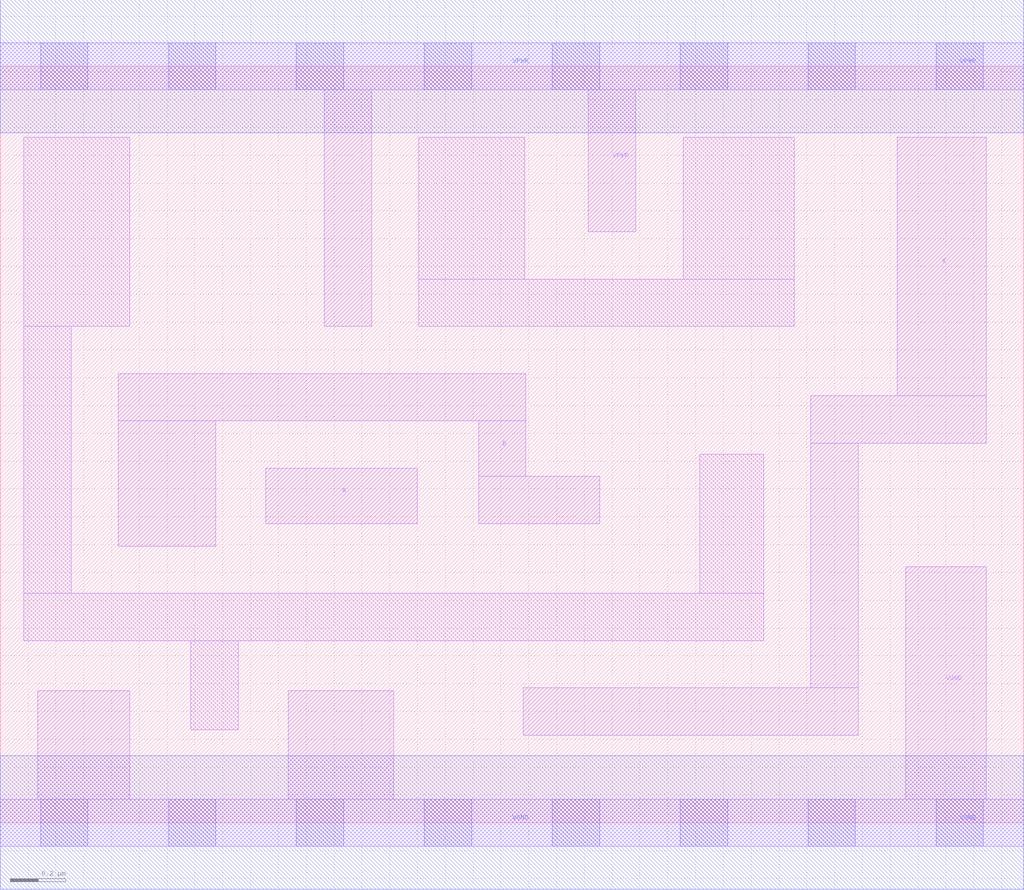
<source format=lef>
# Copyright 2020 The SkyWater PDK Authors
#
# Licensed under the Apache License, Version 2.0 (the "License");
# you may not use this file except in compliance with the License.
# You may obtain a copy of the License at
#
#     https://www.apache.org/licenses/LICENSE-2.0
#
# Unless required by applicable law or agreed to in writing, software
# distributed under the License is distributed on an "AS IS" BASIS,
# WITHOUT WARRANTIES OR CONDITIONS OF ANY KIND, either express or implied.
# See the License for the specific language governing permissions and
# limitations under the License.
#
# SPDX-License-Identifier: Apache-2.0

VERSION 5.7 ;
  NAMESCASESENSITIVE ON ;
  NOWIREEXTENSIONATPIN ON ;
  DIVIDERCHAR "/" ;
  BUSBITCHARS "[]" ;
UNITS
  DATABASE MICRONS 200 ;
END UNITS
PROPERTYDEFINITIONS
  MACRO maskLayoutSubType STRING ;
  MACRO prCellType STRING ;
  MACRO originalViewName STRING ;
END PROPERTYDEFINITIONS
MACRO sky130_fd_sc_hdll__xor2_1
  CLASS CORE ;
  FOREIGN sky130_fd_sc_hdll__xor2_1 ;
  ORIGIN  0.000000  0.000000 ;
  SIZE  3.680000 BY  2.720000 ;
  SYMMETRY X Y R90 ;
  SITE unithd ;
  PIN A
    ANTENNAGATEAREA  0.555000 ;
    DIRECTION INPUT ;
    USE SIGNAL ;
    PORT
      LAYER li1 ;
        RECT 0.955000 1.075000 1.500000 1.275000 ;
    END
  END A
  PIN B
    ANTENNAGATEAREA  0.555000 ;
    DIRECTION INPUT ;
    USE SIGNAL ;
    PORT
      LAYER li1 ;
        RECT 0.425000 0.995000 0.775000 1.445000 ;
        RECT 0.425000 1.445000 1.890000 1.615000 ;
        RECT 1.720000 1.075000 2.155000 1.245000 ;
        RECT 1.720000 1.245000 1.890000 1.445000 ;
    END
  END B
  PIN X
    ANTENNADIFFAREA  0.996000 ;
    DIRECTION OUTPUT ;
    USE SIGNAL ;
    PORT
      LAYER li1 ;
        RECT 1.880000 0.315000 3.085000 0.485000 ;
        RECT 2.915000 0.485000 3.085000 1.365000 ;
        RECT 2.915000 1.365000 3.545000 1.535000 ;
        RECT 3.225000 1.535000 3.545000 2.465000 ;
    END
  END X
  PIN VGND
    DIRECTION INOUT ;
    USE GROUND ;
    PORT
      LAYER li1 ;
        RECT 0.000000 -0.085000 3.680000 0.085000 ;
        RECT 0.135000  0.085000 0.465000 0.475000 ;
        RECT 1.035000  0.085000 1.415000 0.475000 ;
        RECT 3.255000  0.085000 3.545000 0.920000 ;
      LAYER mcon ;
        RECT 0.145000 -0.085000 0.315000 0.085000 ;
        RECT 0.605000 -0.085000 0.775000 0.085000 ;
        RECT 1.065000 -0.085000 1.235000 0.085000 ;
        RECT 1.525000 -0.085000 1.695000 0.085000 ;
        RECT 1.985000 -0.085000 2.155000 0.085000 ;
        RECT 2.445000 -0.085000 2.615000 0.085000 ;
        RECT 2.905000 -0.085000 3.075000 0.085000 ;
        RECT 3.365000 -0.085000 3.535000 0.085000 ;
      LAYER met1 ;
        RECT 0.000000 -0.240000 3.680000 0.240000 ;
    END
  END VGND
  PIN VPWR
    DIRECTION INOUT ;
    USE POWER ;
    PORT
      LAYER li1 ;
        RECT 0.000000 2.635000 3.680000 2.805000 ;
        RECT 1.165000 1.785000 1.335000 2.635000 ;
        RECT 2.115000 2.125000 2.285000 2.635000 ;
      LAYER mcon ;
        RECT 0.145000 2.635000 0.315000 2.805000 ;
        RECT 0.605000 2.635000 0.775000 2.805000 ;
        RECT 1.065000 2.635000 1.235000 2.805000 ;
        RECT 1.525000 2.635000 1.695000 2.805000 ;
        RECT 1.985000 2.635000 2.155000 2.805000 ;
        RECT 2.445000 2.635000 2.615000 2.805000 ;
        RECT 2.905000 2.635000 3.075000 2.805000 ;
        RECT 3.365000 2.635000 3.535000 2.805000 ;
      LAYER met1 ;
        RECT 0.000000 2.480000 3.680000 2.960000 ;
    END
  END VPWR
  OBS
    LAYER li1 ;
      RECT 0.085000 0.655000 2.745000 0.825000 ;
      RECT 0.085000 0.825000 0.255000 1.785000 ;
      RECT 0.085000 1.785000 0.465000 2.465000 ;
      RECT 0.685000 0.335000 0.855000 0.655000 ;
      RECT 1.505000 1.785000 2.855000 1.955000 ;
      RECT 1.505000 1.955000 1.885000 2.465000 ;
      RECT 2.455000 1.955000 2.855000 2.465000 ;
      RECT 2.515000 0.825000 2.745000 1.325000 ;
  END
  PROPERTY maskLayoutSubType "abstract" ;
  PROPERTY prCellType "standard" ;
  PROPERTY originalViewName "layout" ;
END sky130_fd_sc_hdll__xor2_1

</source>
